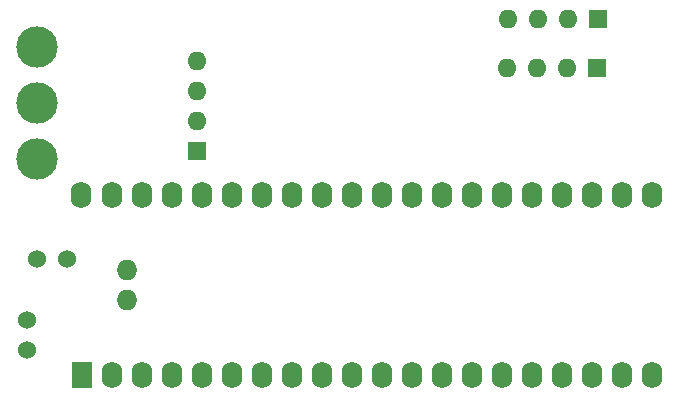
<source format=gbr>
%TF.GenerationSoftware,KiCad,Pcbnew,(6.0.7)*%
%TF.CreationDate,2023-06-13T14:52:57-04:00*%
%TF.ProjectId,STM32-NHD,53544d33-322d-44e4-9844-2e6b69636164,rev?*%
%TF.SameCoordinates,Original*%
%TF.FileFunction,Soldermask,Bot*%
%TF.FilePolarity,Negative*%
%FSLAX46Y46*%
G04 Gerber Fmt 4.6, Leading zero omitted, Abs format (unit mm)*
G04 Created by KiCad (PCBNEW (6.0.7)) date 2023-06-13 14:52:57*
%MOMM*%
%LPD*%
G01*
G04 APERTURE LIST*
%ADD10C,3.500000*%
%ADD11C,1.524000*%
%ADD12R,1.600000X1.600000*%
%ADD13O,1.600000X1.600000*%
%ADD14R,1.727200X2.250000*%
%ADD15O,1.727200X2.250000*%
%ADD16O,1.727200X1.727200*%
G04 APERTURE END LIST*
D10*
%TO.C,REF\u002A\u002A*%
X129248408Y-97351088D03*
X129248408Y-92601088D03*
X129248408Y-87851088D03*
%TD*%
D11*
%TO.C,REF\u002A\u002A*%
X131776216Y-105794048D03*
X129236216Y-105794048D03*
%TD*%
D12*
%TO.C,*%
X176675000Y-89675000D03*
D13*
X174135000Y-89675000D03*
X171595000Y-89675000D03*
X169055000Y-89675000D03*
%TD*%
D14*
%TO.C,*%
X133065000Y-115675000D03*
D15*
X135605000Y-115675000D03*
X138145000Y-115675000D03*
X140685000Y-115675000D03*
X143225000Y-115675000D03*
X145765000Y-115675000D03*
X148305000Y-115675000D03*
X150845000Y-115675000D03*
X153385000Y-115675000D03*
X155925000Y-115675000D03*
X158465000Y-115675000D03*
X161005000Y-115675000D03*
X163545000Y-115675000D03*
X166085000Y-115675000D03*
X168625000Y-115675000D03*
X171165000Y-115675000D03*
X173705000Y-115675000D03*
X176245000Y-115675000D03*
X178785000Y-115675000D03*
X181325000Y-115675000D03*
X181325000Y-100435000D03*
X178785000Y-100435000D03*
X176245000Y-100435000D03*
X173705000Y-100435000D03*
X171165000Y-100435000D03*
X168625000Y-100435000D03*
X166085000Y-100435000D03*
X163545000Y-100435000D03*
X161005000Y-100435000D03*
X158465000Y-100435000D03*
X155925000Y-100435000D03*
X153385000Y-100435000D03*
X150845000Y-100435000D03*
X148305000Y-100435000D03*
X145765000Y-100435000D03*
X143225000Y-100435000D03*
X140685000Y-100435000D03*
X138145000Y-100435000D03*
X135605000Y-100435000D03*
X133014200Y-100435000D03*
D16*
X136875000Y-106775000D03*
X136875000Y-109315000D03*
%TD*%
D11*
%TO.C,REF\u002A\u002A*%
X128444752Y-113551208D03*
X128444752Y-111011208D03*
%TD*%
D12*
%TO.C,*%
X176726864Y-85480144D03*
D13*
X174186864Y-85480144D03*
X171646864Y-85480144D03*
X169106864Y-85480144D03*
%TD*%
D12*
%TO.C,*%
X142850000Y-96650000D03*
D13*
X142850000Y-94110000D03*
X142850000Y-91570000D03*
X142850000Y-89030000D03*
%TD*%
M02*

</source>
